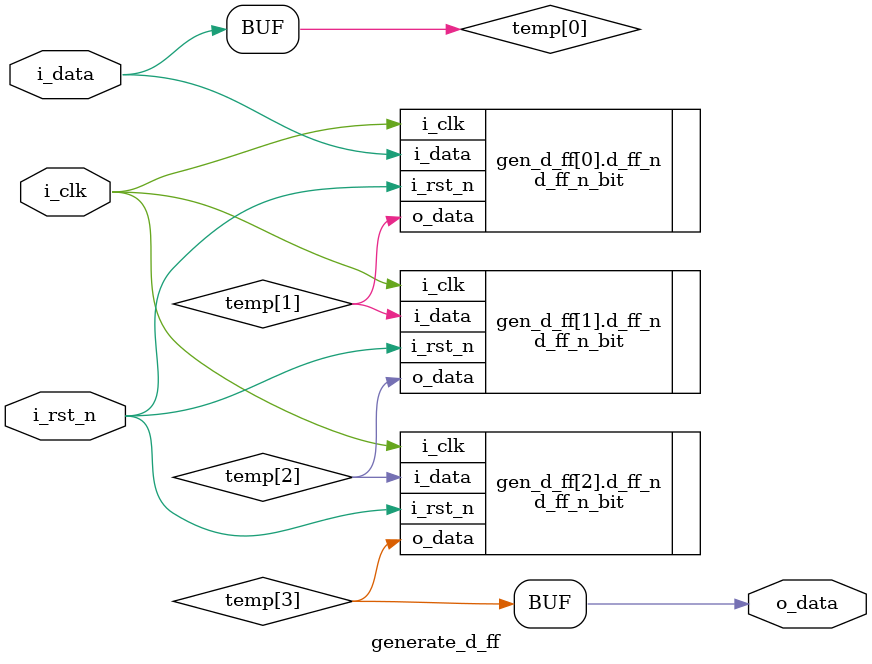
<source format=v>
module generate_d_ff
#(parameter N=1,D=3)(
input i_clk, i_rst_n,
input 		[N-1:0] i_data,
output 		[N-1:0] o_data);

wire [N-1:0] temp[0:D];//[0:D] is depth

assign temp[0]=i_data;
genvar i;
	generate for(i=0;i<D;i=i+1)
	begin: gen_d_ff
		d_ff_n_bit #(N) d_ff_n(
		.i_clk(i_clk),
		.i_rst_n(i_rst_n),
		.i_data(temp[i]),
		.o_data(temp[i+1]));
		end
	endgenerate
assign o_data=temp[D];

endmodule

</source>
